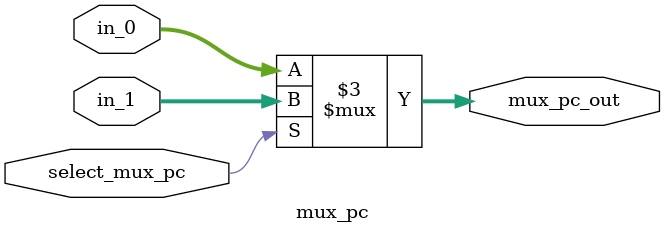
<source format=sv>
module mux_pc#(
        parameter OPERAND_WIDTH = 11
    )
    (
        input logic [OPERAND_WIDTH - 1:0] in_0, in_1,
        input logic select_mux_pc,
        output logic [OPERAND_WIDTH - 1:0] mux_pc_out
    );

    always_comb
    begin
        if(select_mux_pc)
            mux_pc_out <= in_1;
        else
            mux_pc_out <= in_0;
    end
endmodule
</source>
